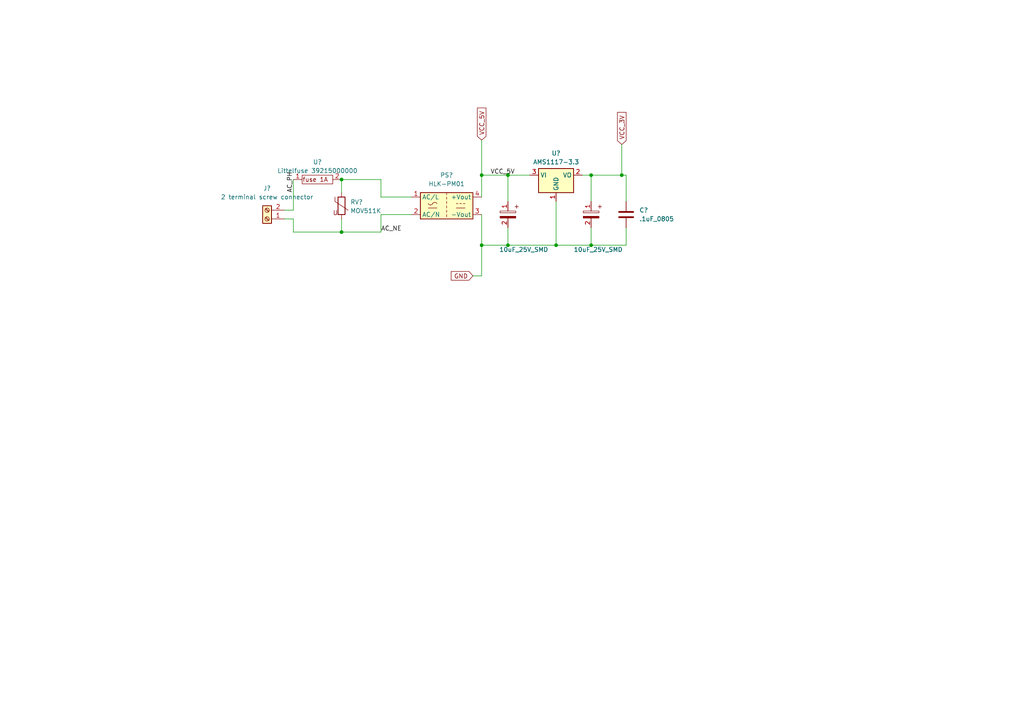
<source format=kicad_sch>
(kicad_sch (version 20250114) (generator "eeschema") (generator_version "9.0")
  (paper "A4")
  (lib_symbols
    (symbol "Connector:Screw_Terminal_01x02" (pin_names (offset 1.016) (hide yes))
      (property "Reference" "J" (at 0 2.54 0))
      (property "Value" "Screw_Terminal_01x02" (at 0 -5.08 0))
      (symbol "Screw_Terminal_01x02_1_1"
        (rectangle (start -1.27 1.27) (end 1.27 -3.81) (stroke (width 0.254)) (fill (type background)))
        (polyline (pts (xy -0.5334 0.3302) (xy 0.3302 -0.508)) (stroke (width 0.1524)))
        (polyline (pts (xy -0.5334 -2.2098) (xy 0.3302 -3.048)) (stroke (width 0.1524)))
        (polyline (pts (xy -0.3556 0.508) (xy 0.508 -0.3302)) (stroke (width 0.1524)))
        (polyline (pts (xy -0.3556 -2.032) (xy 0.508 -2.8702)) (stroke (width 0.1524)))
        (circle (center 0 0) (radius 0.635) (stroke (width 0.1524)))
        (circle (center 0 -2.54) (radius 0.635) (stroke (width 0.1524)))
        (pin passive line (at -5.08 0 0) (length 3.81) (name "Pin_1") (number "1"))
        (pin passive line (at -5.08 -2.54 0) (length 3.81) (name "Pin_2") (number "2"))
      )
    )
    (symbol "Converter_ACDC:HLK-PM01"
      (property "Reference" "PS" (at 0 5.08 0))
      (property "Value" "HLK-PM01" (at 0 -5.08 0))
      (symbol "HLK-PM01_0_1"
        (rectangle (start -7.62 3.81) (end 7.62 -3.81) (stroke (width 0.254)) (fill (type background)))
        (polyline (pts (xy -5.334 -0.635) (xy -2.794 -0.635)))
        (arc (start -4.064 0.635) (mid -4.699 0.2495) (end -5.334 0.635))
        (arc (start -4.064 0.635) (mid -3.429 1.0072) (end -2.794 0.635))
        (polyline (pts (xy 0 3.81) (xy 0 3.175)))
        (polyline (pts (xy 0 2.54) (xy 0 1.905)))
        (polyline (pts (xy 0 1.27) (xy 0 0.635)))
        (polyline (pts (xy 0 0) (xy 0 -0.635)))
        (polyline (pts (xy 0 -1.27) (xy 0 -1.905)))
        (polyline (pts (xy 0 -2.54) (xy 0 -3.175)))
        (polyline (pts (xy 2.794 0.635) (xy 3.302 0.635)))
        (polyline (pts (xy 2.794 -0.635) (xy 5.334 -0.635)))
        (polyline (pts (xy 3.81 0.635) (xy 4.318 0.635)))
        (polyline (pts (xy 4.826 0.635) (xy 5.334 0.635)))
      )
      (symbol "HLK-PM01_1_1"
        (pin power_in line (at -10.16 2.54 0) (length 2.54) (name "AC/L") (number "1"))
        (pin power_in line (at -10.16 -2.54 0) (length 2.54) (name "AC/N") (number "2"))
        (pin power_out line (at 10.16 2.54 180) (length 2.54) (name "+Vout") (number "4"))
        (pin power_out line (at 10.16 -2.54 180) (length 2.54) (name "-Vout") (number "3"))
      )
    )
    (symbol "Device:C" (pin_numbers (hide yes)) (pin_names (offset 0.254))
      (property "Reference" "C" (at 0.635 2.54 0))
      (property "Value" "C" (at 0.635 -2.54 0))
      (symbol "C_0_1"
        (polyline (pts (xy -2.032 0.762) (xy 2.032 0.762)) (stroke (width 0.508)))
        (polyline (pts (xy -2.032 -0.762) (xy 2.032 -0.762)) (stroke (width 0.508)))
      )
      (symbol "C_1_1"
        (pin passive line (at 0 3.81 270) (length 2.794) (name "~") (number "1"))
        (pin passive line (at 0 -3.81 90) (length 2.794) (name "~") (number "2"))
      )
    )
    (symbol "Device:Varistor" (pin_numbers (hide yes)) (pin_names (offset 0))
      (property "Reference" "RV" (at 3.175 0 90))
      (property "Value" "Varistor" (at -3.175 0 90))
      (symbol "Varistor_0_0"
        (text "U" (at -1.778 -2.032 0) (effects (font (size 1.27 1.27))))
      )
      (symbol "Varistor_0_1"
        (polyline (pts (xy -1.905 2.54) (xy -1.905 1.27) (xy 1.905 -1.27)))
        (rectangle (start -1.016 -2.54) (end 1.016 2.54) (stroke (width 0.254)))
      )
      (symbol "Varistor_1_1"
        (pin passive line (at 0 3.81 270) (length 1.27) (name "~") (number "1"))
        (pin passive line (at 0 -3.81 90) (length 1.27) (name "~") (number "2"))
      )
    )
    (symbol "ElecCap_1"
      (symbol "ElecCap_1_0_1"
        (rectangle (start -2.286 0.508) (end 2.286 1.016))
        (polyline (pts (xy 2.032 2.286) (xy 3.048 2.286)))
        (rectangle (start 2.286 -0.508) (end -2.286 -1.016) (fill (type outline)))
        (polyline (pts (xy 2.54 2.794) (xy 2.54 1.778)))
      )
      (symbol "ElecCap_1_1_1"
        (pin passive line (at 0 3.81 270) (length 2.794) (name "~") (number "1"))
        (pin passive line (at 0 -3.81 90) (length 2.794) (name "~") (number "2"))
      )
    )
    (symbol "Regulator_Linear:AMS1117-2.85"
      (property "Reference" "U" (at -3.81 3.175 0))
      (property "Value" "AMS1117-2.85" (at 0 3.175 0))
      (symbol "AMS1117-2.85_0_1"
        (rectangle (start -5.08 -5.08) (end 5.08 1.905) (stroke (width 0.254)) (fill (type background)))
      )
      (symbol "AMS1117-2.85_1_1"
        (pin power_in line (at -7.62 0 0) (length 2.54) (name "VI") (number "3"))
        (pin power_in line (at 0 -7.62 90) (length 2.54) (name "GND") (number "1"))
        (pin power_out line (at 7.62 0 180) (length 2.54) (name "VO") (number "2"))
      )
    )
    (symbol "fevino:ElecCap"
      (symbol "ElecCap_0_1"
        (rectangle (start -2.286 0.508) (end 2.286 1.016))
        (polyline (pts (xy 2.032 2.286) (xy 3.048 2.286)))
        (rectangle (start 2.286 -0.508) (end -2.286 -1.016) (fill (type outline)))
        (polyline (pts (xy 2.54 2.794) (xy 2.54 1.778)))
      )
      (symbol "ElecCap_1_1"
        (pin passive line (at 0 3.81 270) (length 2.794) (name "~") (number "1"))
        (pin passive line (at 0 -3.81 90) (length 2.794) (name "~") (number "2"))
      )
    )
    (symbol "fevino:fuse"
      (property "Reference" "U" (at -1.27 2.54 0))
      (symbol "fuse_0_1"
        (rectangle (start -5.08 1.27) (end 3.81 -1.27))
      )
      (symbol "fuse_1_1"
        (text "fuse 1A" (at -1.27 0 0) (effects (font (size 1.27 1.27))))
        (pin input line (at -7.62 0 0) (length 2.54) (name "~") (number "1"))
        (pin input line (at 6.35 0 180) (length 2.54) (name "~") (number "2"))
      )
    )
  )
  (junction (at 147.32 71.12))
  (junction (at 99.06 52.07))
  (junction (at 99.06 67.31))
  (junction (at 180.34 50.8))
  (junction (at 171.45 50.8))
  (junction (at 139.7 71.12))
  (junction (at 147.32 50.8))
  (junction (at 171.45 71.12))
  (junction (at 139.7 50.8))
  (junction (at 161.29 71.12))
  (wire (pts (xy 82.55 63.5) (xy 85.09 63.5)))
  (wire (pts (xy 147.32 50.8) (xy 139.7 50.8)))
  (wire (pts (xy 153.67 50.8) (xy 147.32 50.8)))
  (wire (pts (xy 85.09 63.5) (xy 85.09 67.31)))
  (wire (pts (xy 147.32 71.12) (xy 161.29 71.12)))
  (wire (pts (xy 139.7 50.8) (xy 139.7 57.15)))
  (wire (pts (xy 85.09 60.96) (xy 85.09 52.07)))
  (wire (pts (xy 180.34 41.91) (xy 180.34 50.8)))
  (wire (pts (xy 147.32 66.04) (xy 147.32 71.12)))
  (wire (pts (xy 171.45 66.04) (xy 171.45 71.12)))
  (wire (pts (xy 139.7 62.23) (xy 139.7 71.12)))
  (wire (pts (xy 82.55 60.96) (xy 85.09 60.96)))
  (wire (pts (xy 110.49 57.15) (xy 119.38 57.15)))
  (wire (pts (xy 99.06 52.07) (xy 110.49 52.07)))
  (wire (pts (xy 110.49 62.23) (xy 110.49 67.31)))
  (wire (pts (xy 181.61 71.12) (xy 171.45 71.12)))
  (wire (pts (xy 139.7 80.01) (xy 139.7 71.12)))
  (wire (pts (xy 137.16 80.01) (xy 139.7 80.01)))
  (wire (pts (xy 181.61 50.8) (xy 180.34 50.8)))
  (wire (pts (xy 147.32 50.8) (xy 147.32 58.42)))
  (wire (pts (xy 110.49 67.31) (xy 99.06 67.31)))
  (wire (pts (xy 161.29 58.42) (xy 161.29 71.12)))
  (wire (pts (xy 181.61 66.04) (xy 181.61 71.12)))
  (wire (pts (xy 99.06 63.5) (xy 99.06 67.31)))
  (wire (pts (xy 99.06 67.31) (xy 85.09 67.31)))
  (wire (pts (xy 168.91 50.8) (xy 171.45 50.8)))
  (wire (pts (xy 181.61 50.8) (xy 181.61 58.42)))
  (wire (pts (xy 119.38 62.23) (xy 110.49 62.23)))
  (wire (pts (xy 139.7 71.12) (xy 147.32 71.12)))
  (wire (pts (xy 99.06 52.07) (xy 99.06 55.88)))
  (wire (pts (xy 110.49 52.07) (xy 110.49 57.15)))
  (wire (pts (xy 139.7 40.64) (xy 139.7 50.8)))
  (wire (pts (xy 171.45 50.8) (xy 180.34 50.8)))
  (wire (pts (xy 171.45 50.8) (xy 171.45 58.42)))
  (wire (pts (xy 161.29 71.12) (xy 171.45 71.12)))
  (label "AC_NE" (at 110.49 67.31 0))
  (label "AC_PH" (at 85.09 55.88 90))
  (label "VCC_5V" (at 142.24 50.8 0))
  (global_label "GND" (shape input) (at 137.16 80.01 180) (property "Intersheetrefs" "${INTERSHEET_REFS}" (effects (hide yes))))
  (global_label "VCC_3V" (shape input) (at 180.34 41.91 90) (property "Intersheetrefs" "${INTERSHEET_REFS}" (effects (hide yes))))
  (global_label "VCC_5V" (shape input) (at 139.7 40.64 90) (property "Intersheetrefs" "${INTERSHEET_REFS}" (effects (hide yes))))
  (symbol (lib_name "ElecCap_1") (lib_id "fevino:ElecCap") (at 171.45 62.23 0) (unit 1)
    (property "Reference" "U11" (effects (hide yes)))
    (property "Value" "10uF_25V_SMD" (at 166.37 72.39 0) (effects (justify left)))
    (property "Footprint" "fevino:Elec_4x5.3mm" (effects (hide yes)))
    (instances (project "equ" (path "" (reference "U?") (unit 1)) (path "" (reference "U11") (unit 1))))
  )
  (symbol (lib_id "Regulator_Linear:AMS1117-2.85") (at 161.29 50.8 0) (unit 1)
    (property "Reference" "U8" (at 161.29 44.45 0))
    (property "Value" "AMS1117-3.3" (at 161.29 46.99 0))
    (property "Footprint" "Package_TO_SOT_SMD:SOT-223-3_TabPin2" (effects (hide yes)))
    (property "Datasheet" "http://www.advanced-monolithic.com/pdf/ds1117.pdf" (effects (hide yes)))
    (property "Description" "1A Low Dropout regulator, positive, 2.85V fixed output, SOT-223" (effects (hide yes)))
    (instances (project "" (path "" (reference "U?") (unit 1))) (project "" (path "" (reference "U?") (unit 1)) (path "" (reference "U8") (unit 1))))
  )
  (symbol (lib_id "fevino:ElecCap") (at 147.32 62.23 0) (unit 1)
    (property "Reference" "U10" (effects (hide yes)))
    (property "Value" "10uF_25V_SMD" (at 144.78 72.39 0) (effects (justify left)))
    (property "Footprint" "fevino:Elec_4x5.3mm" (effects (hide yes)))
    (instances (project "" (path "" (reference "U?") (unit 1)) (path "" (reference "U10") (unit 1))))
  )
  (symbol (lib_id "Device:Varistor") (at 99.06 59.69 0) (unit 1)
    (property "Reference" "RV1" (at 101.6 58.6132 0) (effects (justify left)))
    (property "Value" "MOV511K" (at 101.6 61.1532 0) (effects (justify left)))
    (property "Footprint" "Varistor:RV_Disc_D9mm_W3.5mm_P5mm" (effects (hide yes)))
    (property "Datasheet" "https://www.bourns.com/docs/product-datasheets/mov10d.pdf" (effects (hide yes)))
    (property "Description" "Voltage dependent resistor" (effects (hide yes)))
    (property "Sim.Name" "kicad_builtin_varistor" (effects (hide yes)))
    (property "Sim.Device" "SUBCKT" (effects (hide yes)))
    (property "Sim.Pins" "1=A 2=B" (effects (hide yes)))
    (property "Sim.Params" "threshold=1k" (effects (hide yes)))
    (property "Sim.Library" "${KICAD7_SYMBOL_DIR}/Simulation_SPICE.sp" (effects (hide yes)))
    (instances (project "" (path "" (reference "RV?") (unit 1))) (project "" (path "" (reference "RV?") (unit 1)) (path "" (reference "RV1") (unit 1))))
  )
  (symbol (lib_id "Converter_ACDC:HLK-PM01") (at 129.54 59.69 0) (unit 1)
    (property "Reference" "PS1" (at 129.54 50.8 0))
    (property "Value" "HLK-PM01" (at 129.54 53.34 0))
    (property "Footprint" "fevino:pm01" (effects (hide yes)))
    (property "Datasheet" "https://h.hlktech.com/download/ACDC%E7%94%B5%E6%BA%90%E6%A8%A1%E5%9D%973W%E7%B3%BB%E5%88%97/1/%E6%B5%B7%E5%87%8C%E7%A7%913W%E7%B3%BB%E5%88%97%E7%94%B5%E6%BA%90%E6%A8%A1%E5%9D%97%E8%A7%84%E6%A0%BC%E4%B9%A6V2.8.pdf" (effects (hide yes)))
    (property "Description" "Compact AC/DC board mount power module 3W 5V" (effects (hide yes)))
    (instances (project "" (path "" (reference "PS?") (unit 1))) (project "" (path "" (reference "PS?") (unit 1)) (path "" (reference "PS1") (unit 1))))
  )
  (symbol (lib_id "Device:C") (at 181.61 62.23 0) (unit 1)
    (property "Reference" "C8" (at 185.42 60.9599 0) (effects (justify left)))
    (property "Value" ".1uF_0805" (at 185.42 63.4999 0) (effects (justify left)))
    (property "Footprint" "Capacitor_SMD:C_0805_2012Metric" (effects (hide yes)))
    (property "Description" "Unpolarized capacitor" (effects (hide yes)))
    (instances (project "" (path "" (reference "C?") (unit 1)) (path "" (reference "C8") (unit 1))))
  )
  (symbol (lib_id "Connector:Screw_Terminal_01x02") (at 77.47 63.5 180) (unit 1)
    (property "Reference" "J7" (at 77.47 54.61 0))
    (property "Value" "2 terminal screw connector" (at 77.47 57.15 0))
    (property "Footprint" "fevino:terminal_2pin" (effects (hide yes)))
    (property "Description" "Generic screw terminal, single row, 01x02, script generated (kicad-library-utils/schlib/autogen/connector/)" (effects (hide yes)))
    (instances (project "" (path "" (reference "J?") (unit 1))) (project "" (path "" (reference "J?") (unit 1)) (path "" (reference "J7") (unit 1))))
  )
  (symbol (lib_id "fevino:fuse") (at 92.71 52.07 0) (unit 1)
    (property "Reference" "U9" (at 92.075 46.99 0))
    (property "Value" "Littelfuse 39215000000" (at 92.075 49.53 0))
    (property "Footprint" "Fuse:Fuse_1206_3216Metric" (effects (hide yes)))
    (property "Datasheet" "https://www.belfuse.com/media/datasheets/products/circuit-protection/ds-cp-c1t-series.pdf" (effects (hide yes)))
    (instances (project "" (path "" (reference "U?") (unit 1)) (path "" (reference "U9") (unit 1))))
  )
)
</source>
